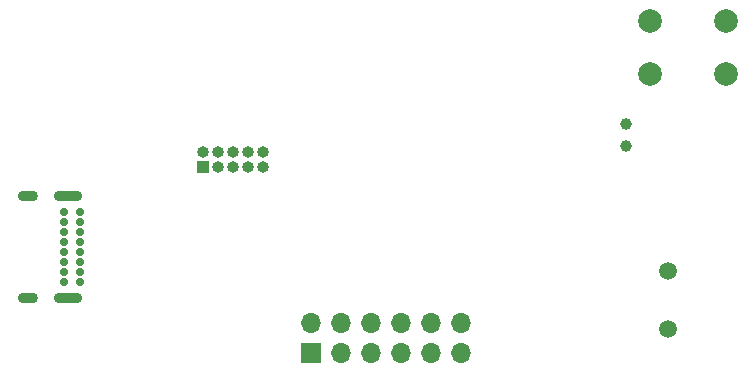
<source format=gbs>
G04 #@! TF.GenerationSoftware,KiCad,Pcbnew,5.1.9*
G04 #@! TF.CreationDate,2021-04-01T15:39:56-06:00*
G04 #@! TF.ProjectId,BluetoothBlinker-PCB,426c7565-746f-46f7-9468-426c696e6b65,rev?*
G04 #@! TF.SameCoordinates,Original*
G04 #@! TF.FileFunction,Soldermask,Bot*
G04 #@! TF.FilePolarity,Negative*
%FSLAX46Y46*%
G04 Gerber Fmt 4.6, Leading zero omitted, Abs format (unit mm)*
G04 Created by KiCad (PCBNEW 5.1.9) date 2021-04-01 15:39:56*
%MOMM*%
%LPD*%
G01*
G04 APERTURE LIST*
%ADD10C,2.000000*%
%ADD11C,1.000000*%
%ADD12O,1.700000X1.700000*%
%ADD13R,1.700000X1.700000*%
%ADD14O,1.700000X0.900000*%
%ADD15O,2.400000X0.900000*%
%ADD16C,0.700000*%
%ADD17C,1.500000*%
%ADD18O,1.000000X1.000000*%
%ADD19R,1.000000X1.000000*%
G04 APERTURE END LIST*
D10*
G04 #@! TO.C,SW1*
X209296000Y33528000D03*
X209296000Y38028000D03*
X215796000Y33528000D03*
X215796000Y38028000D03*
G04 #@! TD*
D11*
G04 #@! TO.C,Y2*
X207264000Y29332000D03*
X207264000Y27432000D03*
G04 #@! TD*
D12*
G04 #@! TO.C,J3*
X193294000Y12446000D03*
X193294000Y9906000D03*
X190754000Y12446000D03*
X190754000Y9906000D03*
X188214000Y12446000D03*
X188214000Y9906000D03*
X185674000Y12446000D03*
X185674000Y9906000D03*
X183134000Y12446000D03*
X183134000Y9906000D03*
X180594000Y12446000D03*
D13*
X180594000Y9906000D03*
G04 #@! TD*
D14*
G04 #@! TO.C,J1*
X156676000Y14544000D03*
X156676000Y23194000D03*
D15*
X160056000Y14544000D03*
X160056000Y23194000D03*
D16*
X159686000Y18444000D03*
X159686000Y15894000D03*
X159686000Y16744000D03*
X159686000Y17594000D03*
X159686000Y21844000D03*
X159686000Y20144000D03*
X159686000Y19294000D03*
X159686000Y20994000D03*
X161036000Y15894000D03*
X161036000Y16744000D03*
X161036000Y17594000D03*
X161036000Y18444000D03*
X161036000Y19294000D03*
X161036000Y20144000D03*
X161036000Y20994000D03*
X161036000Y21844000D03*
G04 #@! TD*
D17*
G04 #@! TO.C,Y1*
X210820000Y11938000D03*
X210820000Y16818000D03*
G04 #@! TD*
D18*
G04 #@! TO.C,J2*
X176530000Y26924000D03*
X176530000Y25654000D03*
X175260000Y26924000D03*
X175260000Y25654000D03*
X173990000Y26924000D03*
X173990000Y25654000D03*
X172720000Y26924000D03*
X172720000Y25654000D03*
X171450000Y26924000D03*
D19*
X171450000Y25654000D03*
G04 #@! TD*
M02*

</source>
